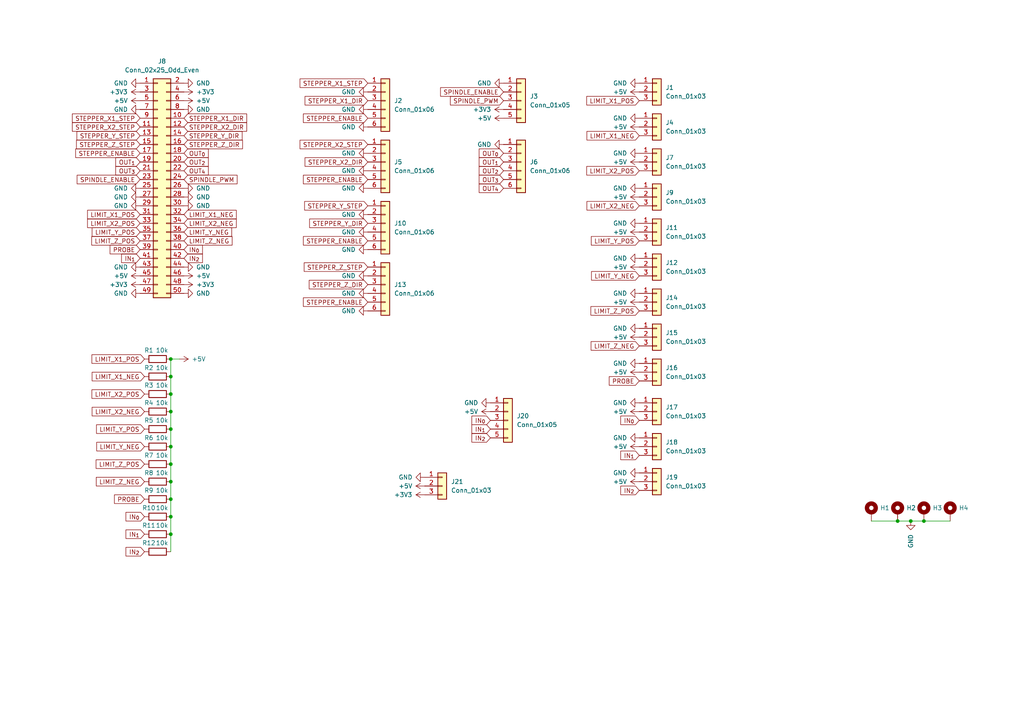
<source format=kicad_sch>
(kicad_sch (version 20211123) (generator eeschema)
  (paper "A4")
  (lib_symbols
    (symbol "Connector_Generic:Conn_01x03" (pin_names (offset 1.016) hide)
      (property "Reference" "J" (at 0 5.08 0))
      (property "Value" "Conn_01x03" (at 0 -5.08 0))
      (symbol "Conn_01x03_1_1"
        (rectangle (start -1.27 -2.413) (end 0 -2.667) (stroke (width 0.1524)))
        (rectangle (start -1.27 0.127) (end 0 -0.127) (stroke (width 0.1524)))
        (rectangle (start -1.27 2.667) (end 0 2.413) (stroke (width 0.1524)))
        (rectangle (start -1.27 3.81) (end 1.27 -3.81) (stroke (width 0.254)) (fill (type background)))
        (pin passive line (at -5.08 2.54 0) (length 3.81) (name "Pin_1") (number "1"))
        (pin passive line (at -5.08 0 0) (length 3.81) (name "Pin_2") (number "2"))
        (pin passive line (at -5.08 -2.54 0) (length 3.81) (name "Pin_3") (number "3"))
      )
    )
    (symbol "Connector_Generic:Conn_01x05" (pin_names (offset 1.016) hide)
      (property "Reference" "J" (at 0 7.62 0))
      (property "Value" "Conn_01x05" (at 0 -7.62 0))
      (symbol "Conn_01x05_1_1"
        (rectangle (start -1.27 -4.953) (end 0 -5.207) (stroke (width 0.1524)))
        (rectangle (start -1.27 -2.413) (end 0 -2.667) (stroke (width 0.1524)))
        (rectangle (start -1.27 0.127) (end 0 -0.127) (stroke (width 0.1524)))
        (rectangle (start -1.27 2.667) (end 0 2.413) (stroke (width 0.1524)))
        (rectangle (start -1.27 5.207) (end 0 4.953) (stroke (width 0.1524)))
        (rectangle (start -1.27 6.35) (end 1.27 -6.35) (stroke (width 0.254)) (fill (type background)))
        (pin passive line (at -5.08 5.08 0) (length 3.81) (name "Pin_1") (number "1"))
        (pin passive line (at -5.08 2.54 0) (length 3.81) (name "Pin_2") (number "2"))
        (pin passive line (at -5.08 0 0) (length 3.81) (name "Pin_3") (number "3"))
        (pin passive line (at -5.08 -2.54 0) (length 3.81) (name "Pin_4") (number "4"))
        (pin passive line (at -5.08 -5.08 0) (length 3.81) (name "Pin_5") (number "5"))
      )
    )
    (symbol "Connector_Generic:Conn_01x06" (pin_names (offset 1.016) hide)
      (property "Reference" "J" (at 0 7.62 0))
      (property "Value" "Conn_01x06" (at 0 -10.16 0))
      (symbol "Conn_01x06_1_1"
        (rectangle (start -1.27 -7.493) (end 0 -7.747) (stroke (width 0.1524)))
        (rectangle (start -1.27 -4.953) (end 0 -5.207) (stroke (width 0.1524)))
        (rectangle (start -1.27 -2.413) (end 0 -2.667) (stroke (width 0.1524)))
        (rectangle (start -1.27 0.127) (end 0 -0.127) (stroke (width 0.1524)))
        (rectangle (start -1.27 2.667) (end 0 2.413) (stroke (width 0.1524)))
        (rectangle (start -1.27 5.207) (end 0 4.953) (stroke (width 0.1524)))
        (rectangle (start -1.27 6.35) (end 1.27 -8.89) (stroke (width 0.254)) (fill (type background)))
        (pin passive line (at -5.08 5.08 0) (length 3.81) (name "Pin_1") (number "1"))
        (pin passive line (at -5.08 2.54 0) (length 3.81) (name "Pin_2") (number "2"))
        (pin passive line (at -5.08 0 0) (length 3.81) (name "Pin_3") (number "3"))
        (pin passive line (at -5.08 -2.54 0) (length 3.81) (name "Pin_4") (number "4"))
        (pin passive line (at -5.08 -5.08 0) (length 3.81) (name "Pin_5") (number "5"))
        (pin passive line (at -5.08 -7.62 0) (length 3.81) (name "Pin_6") (number "6"))
      )
    )
    (symbol "Connector_Generic:Conn_02x25_Odd_Even" (pin_names (offset 1.016) hide)
      (property "Reference" "J" (at 1.27 33.02 0))
      (property "Value" "Conn_02x25_Odd_Even" (at 1.27 -33.02 0))
      (symbol "Conn_02x25_Odd_Even_1_1"
        (rectangle (start -1.27 -30.353) (end 0 -30.607) (stroke (width 0.1524)))
        (rectangle (start -1.27 -27.813) (end 0 -28.067) (stroke (width 0.1524)))
        (rectangle (start -1.27 -25.273) (end 0 -25.527) (stroke (width 0.1524)))
        (rectangle (start -1.27 -22.733) (end 0 -22.987) (stroke (width 0.1524)))
        (rectangle (start -1.27 -20.193) (end 0 -20.447) (stroke (width 0.1524)))
        (rectangle (start -1.27 -17.653) (end 0 -17.907) (stroke (width 0.1524)))
        (rectangle (start -1.27 -15.113) (end 0 -15.367) (stroke (width 0.1524)))
        (rectangle (start -1.27 -12.573) (end 0 -12.827) (stroke (width 0.1524)))
        (rectangle (start -1.27 -10.033) (end 0 -10.287) (stroke (width 0.1524)))
        (rectangle (start -1.27 -7.493) (end 0 -7.747) (stroke (width 0.1524)))
        (rectangle (start -1.27 -4.953) (end 0 -5.207) (stroke (width 0.1524)))
        (rectangle (start -1.27 -2.413) (end 0 -2.667) (stroke (width 0.1524)))
        (rectangle (start -1.27 0.127) (end 0 -0.127) (stroke (width 0.1524)))
        (rectangle (start -1.27 2.667) (end 0 2.413) (stroke (width 0.1524)))
        (rectangle (start -1.27 5.207) (end 0 4.953) (stroke (width 0.1524)))
        (rectangle (start -1.27 7.747) (end 0 7.493) (stroke (width 0.1524)))
        (rectangle (start -1.27 10.287) (end 0 10.033) (stroke (width 0.1524)))
        (rectangle (start -1.27 12.827) (end 0 12.573) (stroke (width 0.1524)))
        (rectangle (start -1.27 15.367) (end 0 15.113) (stroke (width 0.1524)))
        (rectangle (start -1.27 17.907) (end 0 17.653) (stroke (width 0.1524)))
        (rectangle (start -1.27 20.447) (end 0 20.193) (stroke (width 0.1524)))
        (rectangle (start -1.27 22.987) (end 0 22.733) (stroke (width 0.1524)))
        (rectangle (start -1.27 25.527) (end 0 25.273) (stroke (width 0.1524)))
        (rectangle (start -1.27 28.067) (end 0 27.813) (stroke (width 0.1524)))
        (rectangle (start -1.27 30.607) (end 0 30.353) (stroke (width 0.1524)))
        (rectangle (start -1.27 31.75) (end 3.81 -31.75) (stroke (width 0.254)) (fill (type background)))
        (rectangle (start 3.81 -30.353) (end 2.54 -30.607) (stroke (width 0.1524)))
        (rectangle (start 3.81 -27.813) (end 2.54 -28.067) (stroke (width 0.1524)))
        (rectangle (start 3.81 -25.273) (end 2.54 -25.527) (stroke (width 0.1524)))
        (rectangle (start 3.81 -22.733) (end 2.54 -22.987) (stroke (width 0.1524)))
        (rectangle (start 3.81 -20.193) (end 2.54 -20.447) (stroke (width 0.1524)))
        (rectangle (start 3.81 -17.653) (end 2.54 -17.907) (stroke (width 0.1524)))
        (rectangle (start 3.81 -15.113) (end 2.54 -15.367) (stroke (width 0.1524)))
        (rectangle (start 3.81 -12.573) (end 2.54 -12.827) (stroke (width 0.1524)))
        (rectangle (start 3.81 -10.033) (end 2.54 -10.287) (stroke (width 0.1524)))
        (rectangle (start 3.81 -7.493) (end 2.54 -7.747) (stroke (width 0.1524)))
        (rectangle (start 3.81 -4.953) (end 2.54 -5.207) (stroke (width 0.1524)))
        (rectangle (start 3.81 -2.413) (end 2.54 -2.667) (stroke (width 0.1524)))
        (rectangle (start 3.81 0.127) (end 2.54 -0.127) (stroke (width 0.1524)))
        (rectangle (start 3.81 2.667) (end 2.54 2.413) (stroke (width 0.1524)))
        (rectangle (start 3.81 5.207) (end 2.54 4.953) (stroke (width 0.1524)))
        (rectangle (start 3.81 7.747) (end 2.54 7.493) (stroke (width 0.1524)))
        (rectangle (start 3.81 10.287) (end 2.54 10.033) (stroke (width 0.1524)))
        (rectangle (start 3.81 12.827) (end 2.54 12.573) (stroke (width 0.1524)))
        (rectangle (start 3.81 15.367) (end 2.54 15.113) (stroke (width 0.1524)))
        (rectangle (start 3.81 17.907) (end 2.54 17.653) (stroke (width 0.1524)))
        (rectangle (start 3.81 20.447) (end 2.54 20.193) (stroke (width 0.1524)))
        (rectangle (start 3.81 22.987) (end 2.54 22.733) (stroke (width 0.1524)))
        (rectangle (start 3.81 25.527) (end 2.54 25.273) (stroke (width 0.1524)))
        (rectangle (start 3.81 28.067) (end 2.54 27.813) (stroke (width 0.1524)))
        (rectangle (start 3.81 30.607) (end 2.54 30.353) (stroke (width 0.1524)))
        (pin passive line (at -5.08 30.48 0) (length 3.81) (name "Pin_1") (number "1"))
        (pin passive line (at 7.62 20.32 180) (length 3.81) (name "Pin_10") (number "10"))
        (pin passive line (at -5.08 17.78 0) (length 3.81) (name "Pin_11") (number "11"))
        (pin passive line (at 7.62 17.78 180) (length 3.81) (name "Pin_12") (number "12"))
        (pin passive line (at -5.08 15.24 0) (length 3.81) (name "Pin_13") (number "13"))
        (pin passive line (at 7.62 15.24 180) (length 3.81) (name "Pin_14") (number "14"))
        (pin passive line (at -5.08 12.7 0) (length 3.81) (name "Pin_15") (number "15"))
        (pin passive line (at 7.62 12.7 180) (length 3.81) (name "Pin_16") (number "16"))
        (pin passive line (at -5.08 10.16 0) (length 3.81) (name "Pin_17") (number "17"))
        (pin passive line (at 7.62 10.16 180) (length 3.81) (name "Pin_18") (number "18"))
        (pin passive line (at -5.08 7.62 0) (length 3.81) (name "Pin_19") (number "19"))
        (pin passive line (at 7.62 30.48 180) (length 3.81) (name "Pin_2") (number "2"))
        (pin passive line (at 7.62 7.62 180) (length 3.81) (name "Pin_20") (number "20"))
        (pin passive line (at -5.08 5.08 0) (length 3.81) (name "Pin_21") (number "21"))
        (pin passive line (at 7.62 5.08 180) (length 3.81) (name "Pin_22") (number "22"))
        (pin passive line (at -5.08 2.54 0) (length 3.81) (name "Pin_23") (number "23"))
        (pin passive line (at 7.62 2.54 180) (length 3.81) (name "Pin_24") (number "24"))
        (pin passive line (at -5.08 0 0) (length 3.81) (name "Pin_25") (number "25"))
        (pin passive line (at 7.62 0 180) (length 3.81) (name "Pin_26") (number "26"))
        (pin passive line (at -5.08 -2.54 0) (length 3.81) (name "Pin_27") (number "27"))
        (pin passive line (at 7.62 -2.54 180) (length 3.81) (name "Pin_28") (number "28"))
        (pin passive line (at -5.08 -5.08 0) (length 3.81) (name "Pin_29") (number "29"))
        (pin passive line (at -5.08 27.94 0) (length 3.81) (name "Pin_3") (number "3"))
        (pin passive line (at 7.62 -5.08 180) (length 3.81) (name "Pin_30") (number "30"))
        (pin passive line (at -5.08 -7.62 0) (length 3.81) (name "Pin_31") (number "31"))
        (pin passive line (at 7.62 -7.62 180) (length 3.81) (name "Pin_32") (number "32"))
        (pin passive line (at -5.08 -10.16 0) (length 3.81) (name "Pin_33") (number "33"))
        (pin passive line (at 7.62 -10.16 180) (length 3.81) (name "Pin_34") (number "34"))
        (pin passive line (at -5.08 -12.7 0) (length 3.81) (name "Pin_35") (number "35"))
        (pin passive line (at 7.62 -12.7 180) (length 3.81) (name "Pin_36") (number "36"))
        (pin passive line (at -5.08 -15.24 0) (length 3.81) (name "Pin_37") (number "37"))
        (pin passive line (at 7.62 -15.24 180) (length 3.81) (name "Pin_38") (number "38"))
        (pin passive line (at -5.08 -17.78 0) (length 3.81) (name "Pin_39") (number "39"))
        (pin passive line (at 7.62 27.94 180) (length 3.81) (name "Pin_4") (number "4"))
        (pin passive line (at 7.62 -17.78 180) (length 3.81) (name "Pin_40") (number "40"))
        (pin passive line (at -5.08 -20.32 0) (length 3.81) (name "Pin_41") (number "41"))
        (pin passive line (at 7.62 -20.32 180) (length 3.81) (name "Pin_42") (number "42"))
        (pin passive line (at -5.08 -22.86 0) (length 3.81) (name "Pin_43") (number "43"))
        (pin passive line (at 7.62 -22.86 180) (length 3.81) (name "Pin_44") (number "44"))
        (pin passive line (at -5.08 -25.4 0) (length 3.81) (name "Pin_45") (number "45"))
        (pin passive line (at 7.62 -25.4 180) (length 3.81) (name "Pin_46") (number "46"))
        (pin passive line (at -5.08 -27.94 0) (length 3.81) (name "Pin_47") (number "47"))
        (pin passive line (at 7.62 -27.94 180) (length 3.81) (name "Pin_48") (number "48"))
        (pin passive line (at -5.08 -30.48 0) (length 3.81) (name "Pin_49") (number "49"))
        (pin passive line (at -5.08 25.4 0) (length 3.81) (name "Pin_5") (number "5"))
        (pin passive line (at 7.62 -30.48 180) (length 3.81) (name "Pin_50") (number "50"))
        (pin passive line (at 7.62 25.4 180) (length 3.81) (name "Pin_6") (number "6"))
        (pin passive line (at -5.08 22.86 0) (length 3.81) (name "Pin_7") (number "7"))
        (pin passive line (at 7.62 22.86 180) (length 3.81) (name "Pin_8") (number "8"))
        (pin passive line (at -5.08 20.32 0) (length 3.81) (name "Pin_9") (number "9"))
      )
    )
    (symbol "Device:R" (pin_numbers hide) (pin_names (offset 0))
      (property "Reference" "R" (at 2.032 0 90))
      (property "Value" "R" (at 0 0 90))
      (symbol "R_0_1"
        (rectangle (start -1.016 -2.54) (end 1.016 2.54) (stroke (width 0.254)))
      )
      (symbol "R_1_1"
        (pin passive line (at 0 3.81 270) (length 1.27) (name "~") (number "1"))
        (pin passive line (at 0 -3.81 90) (length 1.27) (name "~") (number "2"))
      )
    )
    (symbol "Mechanical:MountingHole_Pad" (pin_numbers hide) (pin_names (offset 1.016) hide)
      (property "Reference" "H" (at 0 6.35 0))
      (property "Value" "MountingHole_Pad" (at 0 4.445 0))
      (symbol "MountingHole_Pad_0_1"
        (circle (center 0 1.27) (radius 1.27) (stroke (width 1.27)))
      )
      (symbol "MountingHole_Pad_1_1"
        (pin input line (at 0 -2.54 90) (length 2.54) (name "1") (number "1"))
      )
    )
    (symbol "power:+3V3" (power) (pin_names (offset 0))
      (property "Value" "+3V3" (at 0 3.556 0))
      (symbol "+3V3_0_1"
        (polyline (pts (xy -0.762 1.27) (xy 0 2.54)))
        (polyline (pts (xy 0 0) (xy 0 2.54)))
        (polyline (pts (xy 0 2.54) (xy 0.762 1.27)))
      )
      (symbol "+3V3_1_1"
        (pin power_in line (at 0 0 90) (length 0) hide (name "+3V3") (number "1"))
      )
    )
    (symbol "power:+5V" (power) (pin_names (offset 0))
      (property "Value" "+5V" (at 0 3.556 0))
      (symbol "+5V_0_1"
        (polyline (pts (xy -0.762 1.27) (xy 0 2.54)))
        (polyline (pts (xy 0 0) (xy 0 2.54)))
        (polyline (pts (xy 0 2.54) (xy 0.762 1.27)))
      )
      (symbol "+5V_1_1"
        (pin power_in line (at 0 0 90) (length 0) hide (name "+5V") (number "1"))
      )
    )
    (symbol "power:GND" (power) (pin_names (offset 0))
      (property "Value" "GND" (at 0 -3.81 0))
      (symbol "GND_0_1"
        (polyline (pts (xy 0 0) (xy 0 -1.27) (xy 1.27 -1.27) (xy 0 -2.54) (xy -1.27 -1.27) (xy 0 -1.27)))
      )
      (symbol "GND_1_1"
        (pin power_in line (at 0 0 270) (length 0) hide (name "GND") (number "1"))
      )
    )
  )
  (junction (at 49.53 154.94))
  (junction (at 49.53 104.14))
  (junction (at 49.53 119.38))
  (junction (at 49.53 114.3))
  (junction (at 49.53 144.78))
  (junction (at 49.53 149.86))
  (junction (at 260.35 151.13))
  (junction (at 49.53 124.46))
  (junction (at 264.16 151.13))
  (junction (at 267.97 151.13))
  (junction (at 49.53 109.22))
  (junction (at 49.53 134.62))
  (junction (at 49.53 129.54))
  (junction (at 49.53 139.7))
  (wire (pts (xy 52.07 104.14) (xy 49.53 104.14)))
  (wire (pts (xy 49.53 154.94) (xy 49.53 160.02)))
  (wire (pts (xy 252.73 151.13) (xy 260.35 151.13)))
  (wire (pts (xy 49.53 114.3) (xy 49.53 119.38)))
  (wire (pts (xy 49.53 149.86) (xy 49.53 154.94)))
  (wire (pts (xy 49.53 119.38) (xy 49.53 124.46)))
  (wire (pts (xy 267.97 151.13) (xy 275.59 151.13)))
  (wire (pts (xy 49.53 144.78) (xy 49.53 149.86)))
  (wire (pts (xy 260.35 151.13) (xy 264.16 151.13)))
  (wire (pts (xy 49.53 134.62) (xy 49.53 139.7)))
  (wire (pts (xy 49.53 109.22) (xy 49.53 114.3)))
  (wire (pts (xy 264.16 151.13) (xy 267.97 151.13)))
  (wire (pts (xy 49.53 139.7) (xy 49.53 144.78)))
  (wire (pts (xy 49.53 129.54) (xy 49.53 134.62)))
  (wire (pts (xy 49.53 104.14) (xy 49.53 109.22)))
  (wire (pts (xy 49.53 124.46) (xy 49.53 129.54)))
  (global_label "OUT_{1}" (shape input) (at 146.05 46.99 180) (property "Intersheet References" "${INTERSHEET_REFS}" (effects hide)))
  (global_label "PROBE" (shape input) (at 185.42 110.49 180) (property "Intersheet References" "${INTERSHEET_REFS}" (effects hide)))
  (global_label "IN_{2}" (shape input) (at 41.91 160.02 180) (property "Intersheet References" "${INTERSHEET_REFS}" (effects hide)))
  (global_label "LIMIT_Z_NEG" (shape input) (at 185.42 100.33 180) (property "Intersheet References" "${INTERSHEET_REFS}" (effects hide)))
  (global_label "STEPPER_ENABLE" (shape input) (at 106.68 87.63 180) (property "Intersheet References" "${INTERSHEET_REFS}" (effects hide)))
  (global_label "STEPPER_Y_STEP" (shape input) (at 40.64 39.37 180) (property "Intersheet References" "${INTERSHEET_REFS}" (effects hide)))
  (global_label "IN_{0}" (shape input) (at 185.42 121.92 180) (property "Intersheet References" "${INTERSHEET_REFS}" (effects hide)))
  (global_label "LIMIT_X2_NEG" (shape input) (at 41.91 119.38 180) (property "Intersheet References" "${INTERSHEET_REFS}" (effects hide)))
  (global_label "LIMIT_Y_POS" (shape input) (at 40.64 67.31 180) (property "Intersheet References" "${INTERSHEET_REFS}" (effects hide)))
  (global_label "STEPPER_Z_STEP" (shape input) (at 106.68 77.47 180) (property "Intersheet References" "${INTERSHEET_REFS}" (effects hide)))
  (global_label "STEPPER_ENABLE" (shape input) (at 106.68 52.07 180) (property "Intersheet References" "${INTERSHEET_REFS}" (effects hide)))
  (global_label "IN_{1}" (shape input) (at 185.42 132.08 180) (property "Intersheet References" "${INTERSHEET_REFS}" (effects hide)))
  (global_label "STEPPER_Z_STEP" (shape input) (at 40.64 41.91 180) (property "Intersheet References" "${INTERSHEET_REFS}" (effects hide)))
  (global_label "LIMIT_Z_POS" (shape input) (at 185.42 90.17 180) (property "Intersheet References" "${INTERSHEET_REFS}" (effects hide)))
  (global_label "LIMIT_X2_NEG" (shape input) (at 53.34 64.77 0) (property "Intersheet References" "${INTERSHEET_REFS}" (effects hide)))
  (global_label "OUT_{1}" (shape input) (at 40.64 46.99 180) (property "Intersheet References" "${INTERSHEET_REFS}" (effects hide)))
  (global_label "SPINDLE_ENABLE" (shape input) (at 40.64 52.07 180) (property "Intersheet References" "${INTERSHEET_REFS}" (effects hide)))
  (global_label "LIMIT_X1_NEG" (shape input) (at 53.34 62.23 0) (property "Intersheet References" "${INTERSHEET_REFS}" (effects hide)))
  (global_label "LIMIT_X1_NEG" (shape input) (at 185.42 39.37 180) (property "Intersheet References" "${INTERSHEET_REFS}" (effects hide)))
  (global_label "SPINDLE_PWM" (shape input) (at 53.34 52.07 0) (property "Intersheet References" "${INTERSHEET_REFS}" (effects hide)))
  (global_label "IN_{1}" (shape input) (at 40.64 74.93 180) (property "Intersheet References" "${INTERSHEET_REFS}" (effects hide)))
  (global_label "LIMIT_X2_NEG" (shape input) (at 185.42 59.69 180) (property "Intersheet References" "${INTERSHEET_REFS}" (effects hide)))
  (global_label "OUT_{3}" (shape input) (at 40.64 49.53 180) (property "Intersheet References" "${INTERSHEET_REFS}" (effects hide)))
  (global_label "STEPPER_ENABLE" (shape input) (at 40.64 44.45 180) (property "Intersheet References" "${INTERSHEET_REFS}" (effects hide)))
  (global_label "STEPPER_Z_DIR" (shape input) (at 106.68 82.55 180) (property "Intersheet References" "${INTERSHEET_REFS}" (effects hide)))
  (global_label "STEPPER_Z_DIR" (shape input) (at 53.34 41.91 0) (property "Intersheet References" "${INTERSHEET_REFS}" (effects hide)))
  (global_label "OUT_{4}" (shape input) (at 53.34 49.53 0) (property "Intersheet References" "${INTERSHEET_REFS}" (effects hide)))
  (global_label "STEPPER_Y_STEP" (shape input) (at 106.68 59.69 180) (property "Intersheet References" "${INTERSHEET_REFS}" (effects hide)))
  (global_label "IN_{2}" (shape input) (at 142.24 127 180) (property "Intersheet References" "${INTERSHEET_REFS}" (effects hide)))
  (global_label "PROBE" (shape input) (at 40.64 72.39 180) (property "Intersheet References" "${INTERSHEET_REFS}" (effects hide)))
  (global_label "LIMIT_Y_POS" (shape input) (at 185.42 69.85 180) (property "Intersheet References" "${INTERSHEET_REFS}" (effects hide)))
  (global_label "STEPPER_X2_STEP" (shape input) (at 40.64 36.83 180) (property "Intersheet References" "${INTERSHEET_REFS}" (effects hide)))
  (global_label "IN_{0}" (shape input) (at 53.34 72.39 0) (property "Intersheet References" "${INTERSHEET_REFS}" (effects hide)))
  (global_label "STEPPER_X2_DIR" (shape input) (at 106.68 46.99 180) (property "Intersheet References" "${INTERSHEET_REFS}" (effects hide)))
  (global_label "STEPPER_ENABLE" (shape input) (at 106.68 34.29 180) (property "Intersheet References" "${INTERSHEET_REFS}" (effects hide)))
  (global_label "LIMIT_Y_NEG" (shape input) (at 53.34 67.31 0) (property "Intersheet References" "${INTERSHEET_REFS}" (effects hide)))
  (global_label "LIMIT_Y_POS" (shape input) (at 41.91 124.46 180) (property "Intersheet References" "${INTERSHEET_REFS}" (effects hide)))
  (global_label "IN_{0}" (shape input) (at 142.24 121.92 180) (property "Intersheet References" "${INTERSHEET_REFS}" (effects hide)))
  (global_label "STEPPER_X1_DIR" (shape input) (at 53.34 34.29 0) (property "Intersheet References" "${INTERSHEET_REFS}" (effects hide)))
  (global_label "SPINDLE_ENABLE" (shape input) (at 146.05 26.67 180) (property "Intersheet References" "${INTERSHEET_REFS}" (effects hide)))
  (global_label "PROBE" (shape input) (at 41.91 144.78 180) (property "Intersheet References" "${INTERSHEET_REFS}" (effects hide)))
  (global_label "LIMIT_X2_POS" (shape input) (at 40.64 64.77 180) (property "Intersheet References" "${INTERSHEET_REFS}" (effects hide)))
  (global_label "LIMIT_Z_NEG" (shape input) (at 41.91 139.7 180) (property "Intersheet References" "${INTERSHEET_REFS}" (effects hide)))
  (global_label "LIMIT_Y_NEG" (shape input) (at 185.42 80.01 180) (property "Intersheet References" "${INTERSHEET_REFS}" (effects hide)))
  (global_label "IN_{0}" (shape input) (at 41.91 149.86 180) (property "Intersheet References" "${INTERSHEET_REFS}" (effects hide)))
  (global_label "OUT_{4}" (shape input) (at 146.05 54.61 180) (property "Intersheet References" "${INTERSHEET_REFS}" (effects hide)))
  (global_label "OUT_{2}" (shape input) (at 53.34 46.99 0) (property "Intersheet References" "${INTERSHEET_REFS}" (effects hide)))
  (global_label "OUT_{2}" (shape input) (at 146.05 49.53 180) (property "Intersheet References" "${INTERSHEET_REFS}" (effects hide)))
  (global_label "STEPPER_X2_DIR" (shape input) (at 53.34 36.83 0) (property "Intersheet References" "${INTERSHEET_REFS}" (effects hide)))
  (global_label "LIMIT_X1_POS" (shape input) (at 41.91 104.14 180) (property "Intersheet References" "${INTERSHEET_REFS}" (effects hide)))
  (global_label "OUT_{3}" (shape input) (at 146.05 52.07 180) (property "Intersheet References" "${INTERSHEET_REFS}" (effects hide)))
  (global_label "LIMIT_X2_POS" (shape input) (at 185.42 49.53 180) (property "Intersheet References" "${INTERSHEET_REFS}" (effects hide)))
  (global_label "STEPPER_X1_STEP" (shape input) (at 40.64 34.29 180) (property "Intersheet References" "${INTERSHEET_REFS}" (effects hide)))
  (global_label "LIMIT_X1_POS" (shape input) (at 40.64 62.23 180) (property "Intersheet References" "${INTERSHEET_REFS}" (effects hide)))
  (global_label "IN_{2}" (shape input) (at 185.42 142.24 180) (property "Intersheet References" "${INTERSHEET_REFS}" (effects hide)))
  (global_label "STEPPER_Y_DIR" (shape input) (at 106.68 64.77 180) (property "Intersheet References" "${INTERSHEET_REFS}" (effects hide)))
  (global_label "LIMIT_Z_POS" (shape input) (at 41.91 134.62 180) (property "Intersheet References" "${INTERSHEET_REFS}" (effects hide)))
  (global_label "IN_{2}" (shape input) (at 53.34 74.93 0) (property "Intersheet References" "${INTERSHEET_REFS}" (effects hide)))
  (global_label "LIMIT_Z_POS" (shape input) (at 40.64 69.85 180) (property "Intersheet References" "${INTERSHEET_REFS}" (effects hide)))
  (global_label "STEPPER_X1_DIR" (shape input) (at 106.68 29.21 180) (property "Intersheet References" "${INTERSHEET_REFS}" (effects hide)))
  (global_label "IN_{1}" (shape input) (at 142.24 124.46 180) (property "Intersheet References" "${INTERSHEET_REFS}" (effects hide)))
  (global_label "LIMIT_Z_NEG" (shape input) (at 53.34 69.85 0) (property "Intersheet References" "${INTERSHEET_REFS}" (effects hide)))
  (global_label "STEPPER_X2_STEP" (shape input) (at 106.68 41.91 180) (property "Intersheet References" "${INTERSHEET_REFS}" (effects hide)))
  (global_label "STEPPER_ENABLE" (shape input) (at 106.68 69.85 180) (property "Intersheet References" "${INTERSHEET_REFS}" (effects hide)))
  (global_label "LIMIT_X1_NEG" (shape input) (at 41.91 109.22 180) (property "Intersheet References" "${INTERSHEET_REFS}" (effects hide)))
  (global_label "LIMIT_X1_POS" (shape input) (at 185.42 29.21 180) (property "Intersheet References" "${INTERSHEET_REFS}" (effects hide)))
  (global_label "STEPPER_X1_STEP" (shape input) (at 106.68 24.13 180) (property "Intersheet References" "${INTERSHEET_REFS}" (effects hide)))
  (global_label "OUT_{0}" (shape input) (at 146.05 44.45 180) (property "Intersheet References" "${INTERSHEET_REFS}" (effects hide)))
  (global_label "LIMIT_Y_NEG" (shape input) (at 41.91 129.54 180) (property "Intersheet References" "${INTERSHEET_REFS}" (effects hide)))
  (global_label "IN_{1}" (shape input) (at 41.91 154.94 180) (property "Intersheet References" "${INTERSHEET_REFS}" (effects hide)))
  (global_label "LIMIT_X2_POS" (shape input) (at 41.91 114.3 180) (property "Intersheet References" "${INTERSHEET_REFS}" (effects hide)))
  (global_label "STEPPER_Y_DIR" (shape input) (at 53.34 39.37 0) (property "Intersheet References" "${INTERSHEET_REFS}" (effects hide)))
  (global_label "OUT_{0}" (shape input) (at 53.34 44.45 0) (property "Intersheet References" "${INTERSHEET_REFS}" (effects hide)))
  (global_label "SPINDLE_PWM" (shape input) (at 146.05 29.21 180) (property "Intersheet References" "${INTERSHEET_REFS}" (effects hide)))
  (symbol (lib_id "Mechanical:MountingHole_Pad") (at 275.59 148.59 0) (unit 1)
    (property "Reference" "H4" (at 278.13 147.3199 0) (effects (justify left)))
    (property "Value" "MountingHole_Pad" (effects hide))
    (property "Footprint" "MountingHole:MountingHole_4.5mm_Pad_Via" (effects hide))
  )
  (symbol (lib_id "power:+5V") (at 185.42 119.38 90) (unit 1)
    (property "Reference" "#PWR061" (effects hide))
    (property "Value" "+5V" (at 177.8 119.38 90) (effects (justify right)))
  )
  (symbol (lib_id "Device:R") (at 45.72 104.14 90) (unit 1)
    (property "Reference" "R1" (at 43.18 101.6 90))
    (property "Value" "10k" (at 46.99 101.6 90))
    (property "Footprint" "Resistor_SMD:R_0402_1005Metric" (effects hide))
  )
  (symbol (lib_id "Connector_Generic:Conn_01x06") (at 111.76 82.55 0) (unit 1)
    (property "Reference" "J13" (at 114.3 82.5499 0) (effects (justify left)))
    (property "Value" "Conn_01x06" (at 114.3 85.0899 0) (effects (justify left)))
    (property "Footprint" "Connector_JST:JST_XH_B6B-XH-A_1x06_P2.50mm_Vertical" (effects hide))
  )
  (symbol (lib_id "power:GND") (at 106.68 26.67 270) (unit 1)
    (property "Reference" "#PWR07" (effects hide))
    (property "Value" "GND" (at 99.06 26.67 90) (effects (justify left)))
  )
  (symbol (lib_id "power:GND") (at 40.64 24.13 270) (unit 1)
    (property "Reference" "#PWR01" (effects hide))
    (property "Value" "GND" (at 33.02 24.13 90) (effects (justify left)))
  )
  (symbol (lib_id "Mechanical:MountingHole_Pad") (at 267.97 148.59 0) (unit 1)
    (property "Reference" "H3" (at 270.51 147.3199 0) (effects (justify left)))
    (property "Value" "MountingHole_Pad" (effects hide))
    (property "Footprint" "MountingHole:MountingHole_4.5mm_Pad_Via" (effects hide))
  )
  (symbol (lib_id "power:GND") (at 185.42 105.41 270) (unit 1)
    (property "Reference" "#PWR056" (effects hide))
    (property "Value" "GND" (at 177.8 105.41 90) (effects (justify left)))
  )
  (symbol (lib_id "power:GND") (at 53.34 59.69 90) (unit 1)
    (property "Reference" "#PWR032" (effects hide))
    (property "Value" "GND" (at 60.96 59.69 90) (effects (justify left)))
  )
  (symbol (lib_id "power:+5V") (at 185.42 97.79 90) (unit 1)
    (property "Reference" "#PWR054" (effects hide))
    (property "Value" "+5V" (at 177.8 97.79 90) (effects (justify right)))
  )
  (symbol (lib_id "power:GND") (at 106.68 31.75 270) (unit 1)
    (property "Reference" "#PWR013" (effects hide))
    (property "Value" "GND" (at 99.06 31.75 90) (effects (justify left)))
  )
  (symbol (lib_id "Connector_Generic:Conn_01x03") (at 190.5 119.38 0) (unit 1)
    (property "Reference" "J17" (at 193.04 118.1099 0) (effects (justify left)))
    (property "Value" "Conn_01x03" (at 193.04 120.6499 0) (effects (justify left)))
    (property "Footprint" "Connector_JST:JST_XH_B3B-XH-A_1x03_P2.50mm_Vertical" (effects hide))
  )
  (symbol (lib_id "power:+5V") (at 185.42 77.47 90) (unit 1)
    (property "Reference" "#PWR041" (effects hide))
    (property "Value" "+5V" (at 177.8 77.47 90) (effects (justify right)))
  )
  (symbol (lib_id "Connector_Generic:Conn_01x03") (at 190.5 46.99 0) (unit 1)
    (property "Reference" "J7" (at 193.04 45.7199 0) (effects (justify left)))
    (property "Value" "Conn_01x03" (at 193.04 48.2599 0) (effects (justify left)))
    (property "Footprint" "Connector_JST:JST_XH_B3B-XH-A_1x03_P2.50mm_Vertical" (effects hide))
  )
  (symbol (lib_id "power:GND") (at 40.64 57.15 270) (unit 1)
    (property "Reference" "#PWR028" (effects hide))
    (property "Value" "GND" (at 33.02 57.15 90) (effects (justify left)))
  )
  (symbol (lib_id "power:GND") (at 106.68 90.17 270) (unit 1)
    (property "Reference" "#PWR052" (effects hide))
    (property "Value" "GND" (at 99.06 90.17 90) (effects (justify left)))
  )
  (symbol (lib_id "power:GND") (at 142.24 116.84 270) (unit 1)
    (property "Reference" "#PWR058" (effects hide))
    (property "Value" "GND" (at 134.62 116.84 90) (effects (justify left)))
  )
  (symbol (lib_id "Connector_Generic:Conn_01x03") (at 128.27 140.97 0) (unit 1)
    (property "Reference" "J21" (at 130.81 139.6999 0) (effects (justify left)))
    (property "Value" "Conn_01x03" (at 130.81 142.2399 0) (effects (justify left)))
    (property "Footprint" "Connector_JST:JST_XH_B3B-XH-A_1x03_P2.50mm_Vertical" (effects hide))
  )
  (symbol (lib_id "power:GND") (at 264.16 151.13 0) (unit 1)
    (property "Reference" "#PWR069" (effects hide))
    (property "Value" "GND" (at 264.1601 154.94 90) (effects (justify right)))
  )
  (symbol (lib_id "Connector_Generic:Conn_01x05") (at 151.13 29.21 0) (unit 1)
    (property "Reference" "J3" (at 153.67 27.9399 0) (effects (justify left)))
    (property "Value" "Conn_01x05" (at 153.67 30.4799 0) (effects (justify left)))
    (property "Footprint" "Connector_JST:JST_XH_B5B-XH-A_1x05_P2.50mm_Vertical" (effects hide))
  )
  (symbol (lib_id "power:+5V") (at 185.42 46.99 90) (mirror x) (unit 1)
    (property "Reference" "#PWR022" (effects hide))
    (property "Value" "+5V" (at 177.8 46.99 90) (effects (justify right)))
  )
  (symbol (lib_id "Connector_Generic:Conn_01x03") (at 190.5 26.67 0) (unit 1)
    (property "Reference" "J1" (at 193.04 25.3999 0) (effects (justify left)))
    (property "Value" "Conn_01x03" (at 193.04 27.9399 0) (effects (justify left)))
    (property "Footprint" "Connector_JST:JST_XH_B3B-XH-A_1x03_P2.50mm_Vertical" (effects hide))
  )
  (symbol (lib_id "power:+5V") (at 142.24 119.38 90) (unit 1)
    (property "Reference" "#PWR060" (effects hide))
    (property "Value" "+5V" (at 134.62 119.38 90) (effects (justify right)))
  )
  (symbol (lib_id "Connector_Generic:Conn_01x03") (at 190.5 67.31 0) (unit 1)
    (property "Reference" "J11" (at 193.04 66.0399 0) (effects (justify left)))
    (property "Value" "Conn_01x03" (at 193.04 68.5799 0) (effects (justify left)))
    (property "Footprint" "Connector_JST:JST_XH_B3B-XH-A_1x03_P2.50mm_Vertical" (effects hide))
  )
  (symbol (lib_id "power:+5V") (at 53.34 80.01 270) (unit 1)
    (property "Reference" "#PWR043" (effects hide))
    (property "Value" "+5V" (at 60.96 80.01 90) (effects (justify right)))
  )
  (symbol (lib_id "power:+5V") (at 146.05 34.29 90) (unit 1)
    (property "Reference" "#PWR015" (effects hide))
    (property "Value" "+5V" (at 138.43 34.29 90) (effects (justify right)))
  )
  (symbol (lib_id "power:GND") (at 185.42 116.84 270) (unit 1)
    (property "Reference" "#PWR059" (effects hide))
    (property "Value" "GND" (at 177.8 116.84 90) (effects (justify left)))
  )
  (symbol (lib_id "power:GND") (at 106.68 62.23 270) (unit 1)
    (property "Reference" "#PWR033" (effects hide))
    (property "Value" "GND" (at 99.06 62.23 90) (effects (justify left)))
  )
  (symbol (lib_id "power:GND") (at 106.68 44.45 270) (unit 1)
    (property "Reference" "#PWR020" (effects hide))
    (property "Value" "GND" (at 99.06 44.45 90) (effects (justify left)))
  )
  (symbol (lib_id "power:GND") (at 106.68 80.01 270) (unit 1)
    (property "Reference" "#PWR044" (effects hide))
    (property "Value" "GND" (at 99.06 80.01 90) (effects (justify left)))
  )
  (symbol (lib_id "power:+5V") (at 185.42 57.15 90) (unit 1)
    (property "Reference" "#PWR030" (effects hide))
    (property "Value" "+5V" (at 177.8 57.15 90) (effects (justify right)))
  )
  (symbol (lib_id "power:GND") (at 53.34 57.15 90) (unit 1)
    (property "Reference" "#PWR029" (effects hide))
    (property "Value" "GND" (at 60.96 57.15 90) (effects (justify left)))
  )
  (symbol (lib_id "Connector_Generic:Conn_01x06") (at 111.76 29.21 0) (unit 1)
    (property "Reference" "J2" (at 114.3 29.2099 0) (effects (justify left)))
    (property "Value" "Conn_01x06" (at 114.3 31.7499 0) (effects (justify left)))
    (property "Footprint" "Connector_JST:JST_XH_B6B-XH-A_1x06_P2.50mm_Vertical" (effects hide))
  )
  (symbol (lib_id "power:+5V") (at 185.42 87.63 90) (mirror x) (unit 1)
    (property "Reference" "#PWR051" (effects hide))
    (property "Value" "+5V" (at 177.8 87.63 90) (effects (justify right)))
  )
  (symbol (lib_id "power:GND") (at 185.42 74.93 270) (unit 1)
    (property "Reference" "#PWR038" (effects hide))
    (property "Value" "GND" (at 177.8 74.93 90) (effects (justify left)))
  )
  (symbol (lib_id "power:+5V") (at 185.42 36.83 90) (mirror x) (unit 1)
    (property "Reference" "#PWR018" (effects hide))
    (property "Value" "+5V" (at 177.8 36.83 90) (effects (justify right)))
  )
  (symbol (lib_id "Connector_Generic:Conn_01x03") (at 190.5 129.54 0) (unit 1)
    (property "Reference" "J18" (at 193.04 128.2699 0) (effects (justify left)))
    (property "Value" "Conn_01x03" (at 193.04 130.8099 0) (effects (justify left)))
    (property "Footprint" "Connector_JST:JST_XH_B3B-XH-A_1x03_P2.50mm_Vertical" (effects hide))
  )
  (symbol (lib_id "Device:R") (at 45.72 139.7 90) (unit 1)
    (property "Reference" "R8" (at 43.18 137.16 90))
    (property "Value" "10k" (at 46.99 137.16 90))
    (property "Footprint" "Resistor_SMD:R_0402_1005Metric" (effects hide))
  )
  (symbol (lib_id "power:GND") (at 185.42 54.61 270) (unit 1)
    (property "Reference" "#PWR027" (effects hide))
    (property "Value" "GND" (at 177.8 54.61 90) (effects (justify left)))
  )
  (symbol (lib_id "power:GND") (at 106.68 72.39 270) (unit 1)
    (property "Reference" "#PWR037" (effects hide))
    (property "Value" "GND" (at 99.06 72.39 90) (effects (justify left)))
  )
  (symbol (lib_id "power:GND") (at 106.68 85.09 270) (unit 1)
    (property "Reference" "#PWR049" (effects hide))
    (property "Value" "GND" (at 99.06 85.09 90) (effects (justify left)))
  )
  (symbol (lib_id "power:GND") (at 40.64 85.09 270) (unit 1)
    (property "Reference" "#PWR047" (effects hide))
    (property "Value" "GND" (at 33.02 85.09 90) (effects (justify left)))
  )
  (symbol (lib_id "power:+5V") (at 40.64 80.01 90) (unit 1)
    (property "Reference" "#PWR042" (effects hide))
    (property "Value" "+5V" (at 33.02 80.01 90) (effects (justify right)))
  )
  (symbol (lib_id "power:GND") (at 146.05 24.13 270) (unit 1)
    (property "Reference" "#PWR03" (effects hide))
    (property "Value" "GND" (at 138.43 24.13 90) (effects (justify left)))
  )
  (symbol (lib_id "power:+3V3") (at 40.64 82.55 90) (unit 1)
    (property "Reference" "#PWR045" (effects hide))
    (property "Value" "+3V3" (at 31.75 82.55 90) (effects (justify right)))
  )
  (symbol (lib_id "Device:R") (at 45.72 134.62 90) (unit 1)
    (property "Reference" "R7" (at 43.18 132.08 90))
    (property "Value" "10k" (at 46.99 132.08 90))
    (property "Footprint" "Resistor_SMD:R_0402_1005Metric" (effects hide))
  )
  (symbol (lib_id "power:+5V") (at 53.34 29.21 270) (unit 1)
    (property "Reference" "#PWR010" (effects hide))
    (property "Value" "+5V" (at 60.96 29.21 90) (effects (justify right)))
  )
  (symbol (lib_id "power:GND") (at 53.34 54.61 90) (unit 1)
    (property "Reference" "#PWR025" (effects hide))
    (property "Value" "GND" (at 60.96 54.61 90) (effects (justify left)))
  )
  (symbol (lib_id "power:+5V") (at 185.42 107.95 90) (unit 1)
    (property "Reference" "#PWR057" (effects hide))
    (property "Value" "+5V" (at 177.8 107.95 90) (effects (justify right)))
  )
  (symbol (lib_id "Connector_Generic:Conn_01x03") (at 190.5 87.63 0) (unit 1)
    (property "Reference" "J14" (at 193.04 86.3599 0) (effects (justify left)))
    (property "Value" "Conn_01x03" (at 193.04 88.8999 0) (effects (justify left)))
    (property "Footprint" "Connector_JST:JST_XH_B3B-XH-A_1x03_P2.50mm_Vertical" (effects hide))
  )
  (symbol (lib_id "Connector_Generic:Conn_01x03") (at 190.5 97.79 0) (unit 1)
    (property "Reference" "J15" (at 193.04 96.5199 0) (effects (justify left)))
    (property "Value" "Conn_01x03" (at 193.04 99.0599 0) (effects (justify left)))
    (property "Footprint" "Connector_JST:JST_XH_B3B-XH-A_1x03_P2.50mm_Vertical" (effects hide))
  )
  (symbol (lib_id "Connector_Generic:Conn_01x06") (at 111.76 64.77 0) (unit 1)
    (property "Reference" "J10" (at 114.3 64.7699 0) (effects (justify left)))
    (property "Value" "Conn_01x06" (at 114.3 67.3099 0) (effects (justify left)))
    (property "Footprint" "Connector_JST:JST_XH_B6B-XH-A_1x06_P2.50mm_Vertical" (effects hide))
  )
  (symbol (lib_id "Device:R") (at 45.72 114.3 90) (unit 1)
    (property "Reference" "R3" (at 43.18 111.76 90))
    (property "Value" "10k" (at 46.99 111.76 90))
    (property "Footprint" "Resistor_SMD:R_0402_1005Metric" (effects hide))
  )
  (symbol (lib_id "power:GND") (at 53.34 77.47 90) (unit 1)
    (property "Reference" "#PWR040" (effects hide))
    (property "Value" "GND" (at 60.96 77.47 90) (effects (justify left)))
  )
  (symbol (lib_id "power:GND") (at 106.68 54.61 270) (unit 1)
    (property "Reference" "#PWR026" (effects hide))
    (property "Value" "GND" (at 99.06 54.61 90) (effects (justify left)))
  )
  (symbol (lib_id "power:GND") (at 185.42 85.09 270) (unit 1)
    (property "Reference" "#PWR050" (effects hide))
    (property "Value" "GND" (at 177.8 85.09 90) (effects (justify left)))
  )
  (symbol (lib_id "Device:R") (at 45.72 129.54 90) (unit 1)
    (property "Reference" "R6" (at 43.18 127 90))
    (property "Value" "10k" (at 46.99 127 90))
    (property "Footprint" "Resistor_SMD:R_0402_1005Metric" (effects hide))
  )
  (symbol (lib_id "power:GND") (at 106.68 36.83 270) (unit 1)
    (property "Reference" "#PWR017" (effects hide))
    (property "Value" "GND" (at 99.06 36.83 90) (effects (justify left)))
  )
  (symbol (lib_id "power:+5V") (at 123.19 140.97 90) (mirror x) (unit 1)
    (property "Reference" "#PWR067" (effects hide))
    (property "Value" "+5V" (at 115.57 140.97 90) (effects (justify right)))
  )
  (symbol (lib_id "power:+3V3") (at 123.19 143.51 90) (unit 1)
    (property "Reference" "#PWR068" (effects hide))
    (property "Value" "+3V3" (at 114.3 143.51 90) (effects (justify right)))
  )
  (symbol (lib_id "power:+5V") (at 185.42 26.67 90) (mirror x) (unit 1)
    (property "Reference" "#PWR08" (effects hide))
    (property "Value" "+5V" (at 177.8 26.67 90) (effects (justify right)))
  )
  (symbol (lib_id "power:+5V") (at 185.42 67.31 90) (mirror x) (unit 1)
    (property "Reference" "#PWR036" (effects hide))
    (property "Value" "+5V" (at 177.8 67.31 90) (effects (justify right)))
  )
  (symbol (lib_id "power:GND") (at 40.64 54.61 270) (unit 1)
    (property "Reference" "#PWR024" (effects hide))
    (property "Value" "GND" (at 33.02 54.61 90) (effects (justify left)))
  )
  (symbol (lib_id "Connector_Generic:Conn_01x03") (at 190.5 139.7 0) (unit 1)
    (property "Reference" "J19" (at 193.04 138.4299 0) (effects (justify left)))
    (property "Value" "Conn_01x03" (at 193.04 140.9699 0) (effects (justify left)))
    (property "Footprint" "Connector_JST:JST_XH_B3B-XH-A_1x03_P2.50mm_Vertical" (effects hide))
  )
  (symbol (lib_id "power:GND") (at 146.05 41.91 270) (unit 1)
    (property "Reference" "#PWR019" (effects hide))
    (property "Value" "GND" (at 138.43 41.91 90) (effects (justify left)))
  )
  (symbol (lib_id "power:GND") (at 185.42 44.45 270) (unit 1)
    (property "Reference" "#PWR021" (effects hide))
    (property "Value" "GND" (at 177.8 44.45 90) (effects (justify left)))
  )
  (symbol (lib_id "power:GND") (at 185.42 137.16 270) (unit 1)
    (property "Reference" "#PWR064" (effects hide))
    (property "Value" "GND" (at 177.8 137.16 90) (effects (justify left)))
  )
  (symbol (lib_id "power:GND") (at 53.34 85.09 90) (unit 1)
    (property "Reference" "#PWR048" (effects hide))
    (property "Value" "GND" (at 60.96 85.09 90) (effects (justify left)))
  )
  (symbol (lib_id "power:+5V") (at 185.42 139.7 90) (unit 1)
    (property "Reference" "#PWR066" (effects hide))
    (property "Value" "+5V" (at 177.8 139.7 90) (effects (justify right)))
  )
  (symbol (lib_id "Device:R") (at 45.72 160.02 90) (unit 1)
    (property "Reference" "R12" (at 43.18 157.48 90))
    (property "Value" "10k" (at 46.99 157.48 90))
    (property "Footprint" "Resistor_SMD:R_0402_1005Metric" (effects hide))
  )
  (symbol (lib_id "power:+3V3") (at 146.05 31.75 90) (unit 1)
    (property "Reference" "#PWR014" (effects hide))
    (property "Value" "+3V3" (at 137.16 31.75 90) (effects (justify right)))
  )
  (symbol (lib_id "Device:R") (at 45.72 154.94 90) (unit 1)
    (property "Reference" "R11" (at 43.18 152.4 90))
    (property "Value" "10k" (at 46.99 152.4 90))
    (property "Footprint" "Resistor_SMD:R_0402_1005Metric" (effects hide))
  )
  (symbol (lib_id "Connector_Generic:Conn_01x06") (at 151.13 46.99 0) (unit 1)
    (property "Reference" "J6" (at 153.67 46.9899 0) (effects (justify left)))
    (property "Value" "Conn_01x06" (at 153.67 49.5299 0) (effects (justify left)))
    (property "Footprint" "Connector_JST:JST_XH_B6B-XH-A_1x06_P2.50mm_Vertical" (effects hide))
  )
  (symbol (lib_id "Device:R") (at 45.72 124.46 90) (unit 1)
    (property "Reference" "R5" (at 43.18 121.92 90))
    (property "Value" "10k" (at 46.99 121.92 90))
    (property "Footprint" "Resistor_SMD:R_0402_1005Metric" (effects hide))
  )
  (symbol (lib_id "Mechanical:MountingHole_Pad") (at 252.73 148.59 0) (unit 1)
    (property "Reference" "H1" (at 255.27 147.3199 0) (effects (justify left)))
    (property "Value" "MountingHole_Pad" (effects hide))
    (property "Footprint" "MountingHole:MountingHole_4.5mm_Pad_Via" (effects hide))
  )
  (symbol (lib_id "power:GND") (at 40.64 77.47 270) (unit 1)
    (property "Reference" "#PWR039" (effects hide))
    (property "Value" "GND" (at 33.02 77.47 90) (effects (justify left)))
  )
  (symbol (lib_id "power:GND") (at 123.19 138.43 270) (unit 1)
    (property "Reference" "#PWR065" (effects hide))
    (property "Value" "GND" (at 115.57 138.43 90) (effects (justify left)))
  )
  (symbol (lib_id "Connector_Generic:Conn_01x03") (at 190.5 57.15 0) (unit 1)
    (property "Reference" "J9" (at 193.04 55.8799 0) (effects (justify left)))
    (property "Value" "Conn_01x03" (at 193.04 58.4199 0) (effects (justify left)))
    (property "Footprint" "Connector_JST:JST_XH_B3B-XH-A_1x03_P2.50mm_Vertical" (effects hide))
  )
  (symbol (lib_id "power:+3V3") (at 53.34 26.67 270) (unit 1)
    (property "Reference" "#PWR06" (effects hide))
    (property "Value" "+3V3" (at 62.23 26.67 90) (effects (justify right)))
  )
  (symbol (lib_id "power:GND") (at 40.64 59.69 270) (unit 1)
    (property "Reference" "#PWR031" (effects hide))
    (property "Value" "GND" (at 33.02 59.69 90) (effects (justify left)))
  )
  (symbol (lib_id "power:GND") (at 185.42 34.29 270) (unit 1)
    (property "Reference" "#PWR016" (effects hide))
    (property "Value" "GND" (at 177.8 34.29 90) (effects (justify left)))
  )
  (symbol (lib_id "Device:R") (at 45.72 109.22 90) (unit 1)
    (property "Reference" "R2" (at 43.18 106.68 90))
    (property "Value" "10k" (at 46.99 106.68 90))
    (property "Footprint" "Resistor_SMD:R_0402_1005Metric" (effects hide))
  )
  (symbol (lib_id "power:GND") (at 106.68 67.31 270) (unit 1)
    (property "Reference" "#PWR035" (effects hide))
    (property "Value" "GND" (at 99.06 67.31 90) (effects (justify left)))
  )
  (symbol (lib_id "Connector_Generic:Conn_01x03") (at 190.5 107.95 0) (unit 1)
    (property "Reference" "J16" (at 193.04 106.6799 0) (effects (justify left)))
    (property "Value" "Conn_01x03" (at 193.04 109.2199 0) (effects (justify left)))
    (property "Footprint" "Connector_JST:JST_XH_B3B-XH-A_1x03_P2.50mm_Vertical" (effects hide))
  )
  (symbol (lib_id "power:GND") (at 185.42 95.25 270) (unit 1)
    (property "Reference" "#PWR053" (effects hide))
    (property "Value" "GND" (at 177.8 95.25 90) (effects (justify left)))
  )
  (symbol (lib_id "Connector_Generic:Conn_01x06") (at 111.76 46.99 0) (unit 1)
    (property "Reference" "J5" (at 114.3 46.9899 0) (effects (justify left)))
    (property "Value" "Conn_01x06" (at 114.3 49.5299 0) (effects (justify left)))
    (property "Footprint" "Connector_JST:JST_XH_B6B-XH-A_1x06_P2.50mm_Vertical" (effects hide))
  )
  (symbol (lib_id "power:GND") (at 185.42 64.77 270) (unit 1)
    (property "Reference" "#PWR034" (effects hide))
    (property "Value" "GND" (at 177.8 64.77 90) (effects (justify left)))
  )
  (symbol (lib_id "power:GND") (at 106.68 49.53 270) (unit 1)
    (property "Reference" "#PWR023" (effects hide))
    (property "Value" "GND" (at 99.06 49.53 90) (effects (justify left)))
  )
  (symbol (lib_id "Connector_Generic:Conn_02x25_Odd_Even") (at 45.72 54.61 0) (unit 1)
    (property "Reference" "J8" (at 46.99 17.78 0))
    (property "Value" "Conn_02x25_Odd_Even" (at 46.99 20.32 0))
    (property "Footprint" "Connector_PinSocket_2.54mm:PinSocket_2x25_P2.54mm_Vertical" (effects hide))
  )
  (symbol (lib_id "power:+3V3") (at 53.34 82.55 270) (unit 1)
    (property "Reference" "#PWR046" (effects hide))
    (property "Value" "+3V3" (at 62.23 82.55 90) (effects (justify right)))
  )
  (symbol (lib_id "Mechanical:MountingHole_Pad") (at 260.35 148.59 0) (unit 1)
    (property "Reference" "H2" (at 262.89 147.3199 0) (effects (justify left)))
    (property "Value" "MountingHole_Pad" (effects hide))
    (property "Footprint" "MountingHole:MountingHole_4.5mm_Pad_Via" (effects hide))
  )
  (symbol (lib_id "Connector_Generic:Conn_01x03") (at 190.5 77.47 0) (unit 1)
    (property "Reference" "J12" (at 193.04 76.1999 0) (effects (justify left)))
    (property "Value" "Conn_01x03" (at 193.04 78.7399 0) (effects (justify left)))
    (property "Footprint" "Connector_JST:JST_XH_B3B-XH-A_1x03_P2.50mm_Vertical" (effects hide))
  )
  (symbol (lib_id "Device:R") (at 45.72 119.38 90) (unit 1)
    (property "Reference" "R4" (at 43.18 116.84 90))
    (property "Value" "10k" (at 46.99 116.84 90))
    (property "Footprint" "Resistor_SMD:R_0402_1005Metric" (effects hide))
  )
  (symbol (lib_id "power:+5V") (at 40.64 29.21 90) (unit 1)
    (property "Reference" "#PWR09" (effects hide))
    (property "Value" "+5V" (at 33.02 29.21 90) (effects (justify right)))
  )
  (symbol (lib_id "Connector_Generic:Conn_01x05") (at 147.32 121.92 0) (unit 1)
    (property "Reference" "J20" (at 149.86 120.6499 0) (effects (justify left)))
    (property "Value" "Conn_01x05" (at 149.86 123.1899 0) (effects (justify left)))
    (property "Footprint" "Connector_JST:JST_XH_B5B-XH-A_1x05_P2.50mm_Vertical" (effects hide))
  )
  (symbol (lib_id "power:GND") (at 53.34 31.75 90) (unit 1)
    (property "Reference" "#PWR012" (effects hide))
    (property "Value" "GND" (at 60.96 31.75 90) (effects (justify left)))
  )
  (symbol (lib_id "power:GND") (at 53.34 24.13 90) (unit 1)
    (property "Reference" "#PWR02" (effects hide))
    (property "Value" "GND" (at 60.96 24.13 90) (effects (justify left)))
  )
  (symbol (lib_id "Device:R") (at 45.72 144.78 90) (unit 1)
    (property "Reference" "R9" (at 43.18 142.24 90))
    (property "Value" "10k" (at 46.99 142.24 90))
    (property "Footprint" "Resistor_SMD:R_0402_1005Metric" (effects hide))
  )
  (symbol (lib_id "power:+5V") (at 52.07 104.14 270) (mirror x) (unit 1)
    (property "Reference" "#PWR055" (effects hide))
    (property "Value" "+5V" (at 59.69 104.14 90) (effects (justify right)))
  )
  (symbol (lib_id "power:+5V") (at 185.42 129.54 90) (unit 1)
    (property "Reference" "#PWR063" (effects hide))
    (property "Value" "+5V" (at 177.8 129.54 90) (effects (justify right)))
  )
  (symbol (lib_id "power:GND") (at 185.42 127 270) (unit 1)
    (property "Reference" "#PWR062" (effects hide))
    (property "Value" "GND" (at 177.8 127 90) (effects (justify left)))
  )
  (symbol (lib_id "power:GND") (at 40.64 31.75 270) (unit 1)
    (property "Reference" "#PWR011" (effects hide))
    (property "Value" "GND" (at 33.02 31.75 90) (effects (justify left)))
  )
  (symbol (lib_id "power:GND") (at 185.42 24.13 270) (unit 1)
    (property "Reference" "#PWR04" (effects hide))
    (property "Value" "GND" (at 177.8 24.13 90) (effects (justify left)))
  )
  (symbol (lib_id "Connector_Generic:Conn_01x03") (at 190.5 36.83 0) (unit 1)
    (property "Reference" "J4" (at 193.04 35.5599 0) (effects (justify left)))
    (property "Value" "Conn_01x03" (at 193.04 38.0999 0) (effects (justify left)))
    (property "Footprint" "Connector_JST:JST_XH_B3B-XH-A_1x03_P2.50mm_Vertical" (effects hide))
  )
  (symbol (lib_id "Device:R") (at 45.72 149.86 90) (unit 1)
    (property "Reference" "R10" (at 43.18 147.32 90))
    (property "Value" "10k" (at 46.99 147.32 90))
    (property "Footprint" "Resistor_SMD:R_0402_1005Metric" (effects hide))
  )
  (symbol (lib_id "power:+3V3") (at 40.64 26.67 90) (unit 1)
    (property "Reference" "#PWR05" (effects hide))
    (property "Value" "+3V3" (at 31.75 26.67 90) (effects (justify right)))
  )
)
</source>
